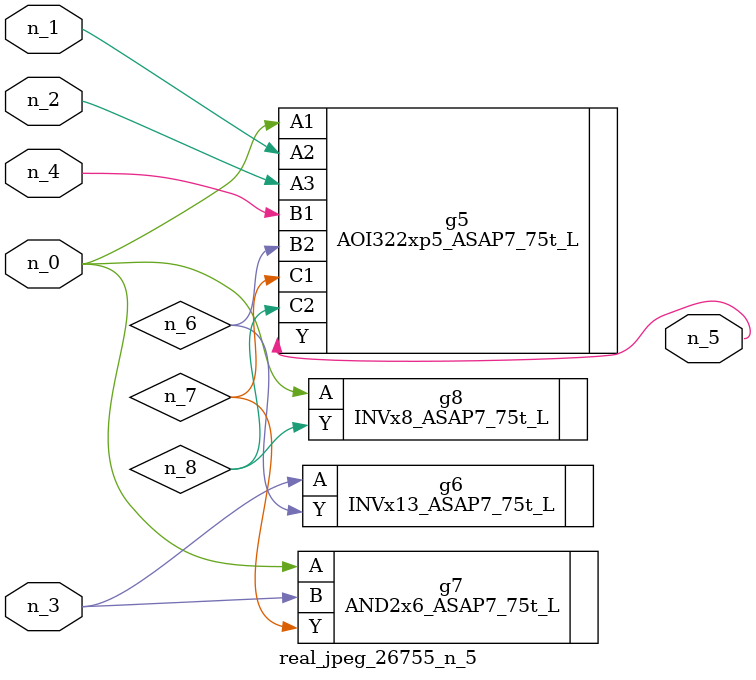
<source format=v>
module real_jpeg_26755_n_5 (n_4, n_0, n_1, n_2, n_3, n_5);

input n_4;
input n_0;
input n_1;
input n_2;
input n_3;

output n_5;

wire n_8;
wire n_6;
wire n_7;

AOI322xp5_ASAP7_75t_L g5 ( 
.A1(n_0),
.A2(n_1),
.A3(n_2),
.B1(n_4),
.B2(n_6),
.C1(n_7),
.C2(n_8),
.Y(n_5)
);

AND2x6_ASAP7_75t_L g7 ( 
.A(n_0),
.B(n_3),
.Y(n_7)
);

INVx8_ASAP7_75t_L g8 ( 
.A(n_0),
.Y(n_8)
);

INVx13_ASAP7_75t_L g6 ( 
.A(n_3),
.Y(n_6)
);


endmodule
</source>
